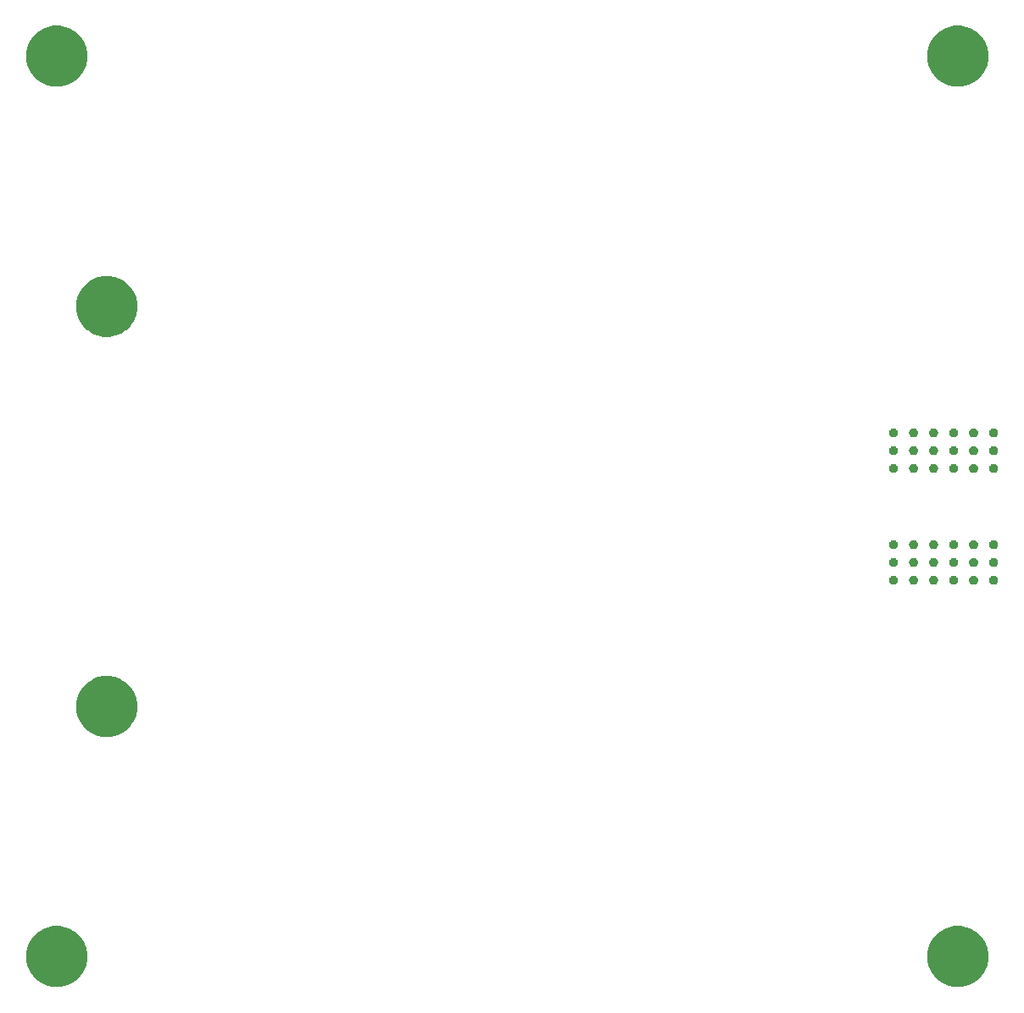
<source format=gbr>
%TF.GenerationSoftware,KiCad,Pcbnew,(5.1.4)-1*%
%TF.CreationDate,2019-12-10T14:49:21+08:00*%
%TF.ProjectId,RF_output,52465f6f-7574-4707-9574-2e6b69636164,rev?*%
%TF.SameCoordinates,Original*%
%TF.FileFunction,Soldermask,Bot*%
%TF.FilePolarity,Negative*%
%FSLAX46Y46*%
G04 Gerber Fmt 4.6, Leading zero omitted, Abs format (unit mm)*
G04 Created by KiCad (PCBNEW (5.1.4)-1) date 2019-12-10 14:49:21*
%MOMM*%
%LPD*%
G04 APERTURE LIST*
%ADD10C,0.350000*%
G04 APERTURE END LIST*
D10*
G36*
X145889943Y-142066248D02*
G01*
X146445189Y-142296238D01*
X146617497Y-142411371D01*
X146944899Y-142630134D01*
X147369866Y-143055101D01*
X147369867Y-143055103D01*
X147703762Y-143554811D01*
X147933752Y-144110057D01*
X148051000Y-144699501D01*
X148051000Y-145300499D01*
X147933752Y-145889943D01*
X147703762Y-146445189D01*
X147641872Y-146537814D01*
X147369866Y-146944899D01*
X146944899Y-147369866D01*
X146870736Y-147419420D01*
X146445189Y-147703762D01*
X145889943Y-147933752D01*
X145300499Y-148051000D01*
X144699501Y-148051000D01*
X144110057Y-147933752D01*
X143554811Y-147703762D01*
X143129264Y-147419420D01*
X143055101Y-147369866D01*
X142630134Y-146944899D01*
X142358128Y-146537814D01*
X142296238Y-146445189D01*
X142066248Y-145889943D01*
X141949000Y-145300499D01*
X141949000Y-144699501D01*
X142066248Y-144110057D01*
X142296238Y-143554811D01*
X142630133Y-143055103D01*
X142630134Y-143055101D01*
X143055101Y-142630134D01*
X143382503Y-142411371D01*
X143554811Y-142296238D01*
X144110057Y-142066248D01*
X144699501Y-141949000D01*
X145300499Y-141949000D01*
X145889943Y-142066248D01*
X145889943Y-142066248D01*
G37*
G36*
X55889943Y-142066248D02*
G01*
X56445189Y-142296238D01*
X56617497Y-142411371D01*
X56944899Y-142630134D01*
X57369866Y-143055101D01*
X57369867Y-143055103D01*
X57703762Y-143554811D01*
X57933752Y-144110057D01*
X58051000Y-144699501D01*
X58051000Y-145300499D01*
X57933752Y-145889943D01*
X57703762Y-146445189D01*
X57641872Y-146537814D01*
X57369866Y-146944899D01*
X56944899Y-147369866D01*
X56870736Y-147419420D01*
X56445189Y-147703762D01*
X55889943Y-147933752D01*
X55300499Y-148051000D01*
X54699501Y-148051000D01*
X54110057Y-147933752D01*
X53554811Y-147703762D01*
X53129264Y-147419420D01*
X53055101Y-147369866D01*
X52630134Y-146944899D01*
X52358128Y-146537814D01*
X52296238Y-146445189D01*
X52066248Y-145889943D01*
X51949000Y-145300499D01*
X51949000Y-144699501D01*
X52066248Y-144110057D01*
X52296238Y-143554811D01*
X52630133Y-143055103D01*
X52630134Y-143055101D01*
X53055101Y-142630134D01*
X53382503Y-142411371D01*
X53554811Y-142296238D01*
X54110057Y-142066248D01*
X54699501Y-141949000D01*
X55300499Y-141949000D01*
X55889943Y-142066248D01*
X55889943Y-142066248D01*
G37*
G36*
X60889943Y-117066248D02*
G01*
X61445189Y-117296238D01*
X61617497Y-117411371D01*
X61944899Y-117630134D01*
X62369866Y-118055101D01*
X62369867Y-118055103D01*
X62703762Y-118554811D01*
X62933752Y-119110057D01*
X63051000Y-119699501D01*
X63051000Y-120300499D01*
X62933752Y-120889943D01*
X62703762Y-121445189D01*
X62641872Y-121537814D01*
X62369866Y-121944899D01*
X61944899Y-122369866D01*
X61870736Y-122419420D01*
X61445189Y-122703762D01*
X60889943Y-122933752D01*
X60300499Y-123051000D01*
X59699501Y-123051000D01*
X59110057Y-122933752D01*
X58554811Y-122703762D01*
X58129264Y-122419420D01*
X58055101Y-122369866D01*
X57630134Y-121944899D01*
X57358128Y-121537814D01*
X57296238Y-121445189D01*
X57066248Y-120889943D01*
X56949000Y-120300499D01*
X56949000Y-119699501D01*
X57066248Y-119110057D01*
X57296238Y-118554811D01*
X57630133Y-118055103D01*
X57630134Y-118055101D01*
X58055101Y-117630134D01*
X58382503Y-117411371D01*
X58554811Y-117296238D01*
X59110057Y-117066248D01*
X59699501Y-116949000D01*
X60300499Y-116949000D01*
X60889943Y-117066248D01*
X60889943Y-117066248D01*
G37*
G36*
X138711552Y-106932331D02*
G01*
X138793627Y-106966328D01*
X138793629Y-106966329D01*
X138830813Y-106991175D01*
X138867495Y-107015685D01*
X138930315Y-107078505D01*
X138979672Y-107152373D01*
X139013669Y-107234448D01*
X139031000Y-107321579D01*
X139031000Y-107410421D01*
X139013669Y-107497552D01*
X138979672Y-107579627D01*
X138979671Y-107579629D01*
X138930314Y-107653496D01*
X138867496Y-107716314D01*
X138793629Y-107765671D01*
X138793628Y-107765672D01*
X138793627Y-107765672D01*
X138711552Y-107799669D01*
X138624421Y-107817000D01*
X138535579Y-107817000D01*
X138448448Y-107799669D01*
X138366373Y-107765672D01*
X138366372Y-107765672D01*
X138366371Y-107765671D01*
X138292504Y-107716314D01*
X138229686Y-107653496D01*
X138180329Y-107579629D01*
X138180328Y-107579627D01*
X138146331Y-107497552D01*
X138129000Y-107410421D01*
X138129000Y-107321579D01*
X138146331Y-107234448D01*
X138180328Y-107152373D01*
X138229685Y-107078505D01*
X138292505Y-107015685D01*
X138329187Y-106991175D01*
X138366371Y-106966329D01*
X138366373Y-106966328D01*
X138448448Y-106932331D01*
X138535579Y-106915000D01*
X138624421Y-106915000D01*
X138711552Y-106932331D01*
X138711552Y-106932331D01*
G37*
G36*
X140711552Y-106932331D02*
G01*
X140793627Y-106966328D01*
X140793629Y-106966329D01*
X140830813Y-106991175D01*
X140867495Y-107015685D01*
X140930315Y-107078505D01*
X140979672Y-107152373D01*
X141013669Y-107234448D01*
X141031000Y-107321579D01*
X141031000Y-107410421D01*
X141013669Y-107497552D01*
X140979672Y-107579627D01*
X140979671Y-107579629D01*
X140930314Y-107653496D01*
X140867496Y-107716314D01*
X140793629Y-107765671D01*
X140793628Y-107765672D01*
X140793627Y-107765672D01*
X140711552Y-107799669D01*
X140624421Y-107817000D01*
X140535579Y-107817000D01*
X140448448Y-107799669D01*
X140366373Y-107765672D01*
X140366372Y-107765672D01*
X140366371Y-107765671D01*
X140292504Y-107716314D01*
X140229686Y-107653496D01*
X140180329Y-107579629D01*
X140180328Y-107579627D01*
X140146331Y-107497552D01*
X140129000Y-107410421D01*
X140129000Y-107321579D01*
X140146331Y-107234448D01*
X140180328Y-107152373D01*
X140229685Y-107078505D01*
X140292505Y-107015685D01*
X140329187Y-106991175D01*
X140366371Y-106966329D01*
X140366373Y-106966328D01*
X140448448Y-106932331D01*
X140535579Y-106915000D01*
X140624421Y-106915000D01*
X140711552Y-106932331D01*
X140711552Y-106932331D01*
G37*
G36*
X148711552Y-106932331D02*
G01*
X148793627Y-106966328D01*
X148793629Y-106966329D01*
X148830813Y-106991175D01*
X148867495Y-107015685D01*
X148930315Y-107078505D01*
X148979672Y-107152373D01*
X149013669Y-107234448D01*
X149031000Y-107321579D01*
X149031000Y-107410421D01*
X149013669Y-107497552D01*
X148979672Y-107579627D01*
X148979671Y-107579629D01*
X148930314Y-107653496D01*
X148867496Y-107716314D01*
X148793629Y-107765671D01*
X148793628Y-107765672D01*
X148793627Y-107765672D01*
X148711552Y-107799669D01*
X148624421Y-107817000D01*
X148535579Y-107817000D01*
X148448448Y-107799669D01*
X148366373Y-107765672D01*
X148366372Y-107765672D01*
X148366371Y-107765671D01*
X148292504Y-107716314D01*
X148229686Y-107653496D01*
X148180329Y-107579629D01*
X148180328Y-107579627D01*
X148146331Y-107497552D01*
X148129000Y-107410421D01*
X148129000Y-107321579D01*
X148146331Y-107234448D01*
X148180328Y-107152373D01*
X148229685Y-107078505D01*
X148292505Y-107015685D01*
X148329187Y-106991175D01*
X148366371Y-106966329D01*
X148366373Y-106966328D01*
X148448448Y-106932331D01*
X148535579Y-106915000D01*
X148624421Y-106915000D01*
X148711552Y-106932331D01*
X148711552Y-106932331D01*
G37*
G36*
X142711552Y-106932331D02*
G01*
X142793627Y-106966328D01*
X142793629Y-106966329D01*
X142830813Y-106991175D01*
X142867495Y-107015685D01*
X142930315Y-107078505D01*
X142979672Y-107152373D01*
X143013669Y-107234448D01*
X143031000Y-107321579D01*
X143031000Y-107410421D01*
X143013669Y-107497552D01*
X142979672Y-107579627D01*
X142979671Y-107579629D01*
X142930314Y-107653496D01*
X142867496Y-107716314D01*
X142793629Y-107765671D01*
X142793628Y-107765672D01*
X142793627Y-107765672D01*
X142711552Y-107799669D01*
X142624421Y-107817000D01*
X142535579Y-107817000D01*
X142448448Y-107799669D01*
X142366373Y-107765672D01*
X142366372Y-107765672D01*
X142366371Y-107765671D01*
X142292504Y-107716314D01*
X142229686Y-107653496D01*
X142180329Y-107579629D01*
X142180328Y-107579627D01*
X142146331Y-107497552D01*
X142129000Y-107410421D01*
X142129000Y-107321579D01*
X142146331Y-107234448D01*
X142180328Y-107152373D01*
X142229685Y-107078505D01*
X142292505Y-107015685D01*
X142329187Y-106991175D01*
X142366371Y-106966329D01*
X142366373Y-106966328D01*
X142448448Y-106932331D01*
X142535579Y-106915000D01*
X142624421Y-106915000D01*
X142711552Y-106932331D01*
X142711552Y-106932331D01*
G37*
G36*
X144711552Y-106932331D02*
G01*
X144793627Y-106966328D01*
X144793629Y-106966329D01*
X144830813Y-106991175D01*
X144867495Y-107015685D01*
X144930315Y-107078505D01*
X144979672Y-107152373D01*
X145013669Y-107234448D01*
X145031000Y-107321579D01*
X145031000Y-107410421D01*
X145013669Y-107497552D01*
X144979672Y-107579627D01*
X144979671Y-107579629D01*
X144930314Y-107653496D01*
X144867496Y-107716314D01*
X144793629Y-107765671D01*
X144793628Y-107765672D01*
X144793627Y-107765672D01*
X144711552Y-107799669D01*
X144624421Y-107817000D01*
X144535579Y-107817000D01*
X144448448Y-107799669D01*
X144366373Y-107765672D01*
X144366372Y-107765672D01*
X144366371Y-107765671D01*
X144292504Y-107716314D01*
X144229686Y-107653496D01*
X144180329Y-107579629D01*
X144180328Y-107579627D01*
X144146331Y-107497552D01*
X144129000Y-107410421D01*
X144129000Y-107321579D01*
X144146331Y-107234448D01*
X144180328Y-107152373D01*
X144229685Y-107078505D01*
X144292505Y-107015685D01*
X144329187Y-106991175D01*
X144366371Y-106966329D01*
X144366373Y-106966328D01*
X144448448Y-106932331D01*
X144535579Y-106915000D01*
X144624421Y-106915000D01*
X144711552Y-106932331D01*
X144711552Y-106932331D01*
G37*
G36*
X146711552Y-106932331D02*
G01*
X146793627Y-106966328D01*
X146793629Y-106966329D01*
X146830813Y-106991175D01*
X146867495Y-107015685D01*
X146930315Y-107078505D01*
X146979672Y-107152373D01*
X147013669Y-107234448D01*
X147031000Y-107321579D01*
X147031000Y-107410421D01*
X147013669Y-107497552D01*
X146979672Y-107579627D01*
X146979671Y-107579629D01*
X146930314Y-107653496D01*
X146867496Y-107716314D01*
X146793629Y-107765671D01*
X146793628Y-107765672D01*
X146793627Y-107765672D01*
X146711552Y-107799669D01*
X146624421Y-107817000D01*
X146535579Y-107817000D01*
X146448448Y-107799669D01*
X146366373Y-107765672D01*
X146366372Y-107765672D01*
X146366371Y-107765671D01*
X146292504Y-107716314D01*
X146229686Y-107653496D01*
X146180329Y-107579629D01*
X146180328Y-107579627D01*
X146146331Y-107497552D01*
X146129000Y-107410421D01*
X146129000Y-107321579D01*
X146146331Y-107234448D01*
X146180328Y-107152373D01*
X146229685Y-107078505D01*
X146292505Y-107015685D01*
X146329187Y-106991175D01*
X146366371Y-106966329D01*
X146366373Y-106966328D01*
X146448448Y-106932331D01*
X146535579Y-106915000D01*
X146624421Y-106915000D01*
X146711552Y-106932331D01*
X146711552Y-106932331D01*
G37*
G36*
X146711552Y-105154331D02*
G01*
X146793627Y-105188328D01*
X146793629Y-105188329D01*
X146830813Y-105213175D01*
X146867495Y-105237685D01*
X146930315Y-105300505D01*
X146979672Y-105374373D01*
X147013669Y-105456448D01*
X147031000Y-105543579D01*
X147031000Y-105632421D01*
X147013669Y-105719552D01*
X146979672Y-105801627D01*
X146979671Y-105801629D01*
X146930314Y-105875496D01*
X146867496Y-105938314D01*
X146793629Y-105987671D01*
X146793628Y-105987672D01*
X146793627Y-105987672D01*
X146711552Y-106021669D01*
X146624421Y-106039000D01*
X146535579Y-106039000D01*
X146448448Y-106021669D01*
X146366373Y-105987672D01*
X146366372Y-105987672D01*
X146366371Y-105987671D01*
X146292504Y-105938314D01*
X146229686Y-105875496D01*
X146180329Y-105801629D01*
X146180328Y-105801627D01*
X146146331Y-105719552D01*
X146129000Y-105632421D01*
X146129000Y-105543579D01*
X146146331Y-105456448D01*
X146180328Y-105374373D01*
X146229685Y-105300505D01*
X146292505Y-105237685D01*
X146329187Y-105213175D01*
X146366371Y-105188329D01*
X146366373Y-105188328D01*
X146448448Y-105154331D01*
X146535579Y-105137000D01*
X146624421Y-105137000D01*
X146711552Y-105154331D01*
X146711552Y-105154331D01*
G37*
G36*
X148711552Y-105154331D02*
G01*
X148793627Y-105188328D01*
X148793629Y-105188329D01*
X148830813Y-105213175D01*
X148867495Y-105237685D01*
X148930315Y-105300505D01*
X148979672Y-105374373D01*
X149013669Y-105456448D01*
X149031000Y-105543579D01*
X149031000Y-105632421D01*
X149013669Y-105719552D01*
X148979672Y-105801627D01*
X148979671Y-105801629D01*
X148930314Y-105875496D01*
X148867496Y-105938314D01*
X148793629Y-105987671D01*
X148793628Y-105987672D01*
X148793627Y-105987672D01*
X148711552Y-106021669D01*
X148624421Y-106039000D01*
X148535579Y-106039000D01*
X148448448Y-106021669D01*
X148366373Y-105987672D01*
X148366372Y-105987672D01*
X148366371Y-105987671D01*
X148292504Y-105938314D01*
X148229686Y-105875496D01*
X148180329Y-105801629D01*
X148180328Y-105801627D01*
X148146331Y-105719552D01*
X148129000Y-105632421D01*
X148129000Y-105543579D01*
X148146331Y-105456448D01*
X148180328Y-105374373D01*
X148229685Y-105300505D01*
X148292505Y-105237685D01*
X148329187Y-105213175D01*
X148366371Y-105188329D01*
X148366373Y-105188328D01*
X148448448Y-105154331D01*
X148535579Y-105137000D01*
X148624421Y-105137000D01*
X148711552Y-105154331D01*
X148711552Y-105154331D01*
G37*
G36*
X142711552Y-105154331D02*
G01*
X142793627Y-105188328D01*
X142793629Y-105188329D01*
X142830813Y-105213175D01*
X142867495Y-105237685D01*
X142930315Y-105300505D01*
X142979672Y-105374373D01*
X143013669Y-105456448D01*
X143031000Y-105543579D01*
X143031000Y-105632421D01*
X143013669Y-105719552D01*
X142979672Y-105801627D01*
X142979671Y-105801629D01*
X142930314Y-105875496D01*
X142867496Y-105938314D01*
X142793629Y-105987671D01*
X142793628Y-105987672D01*
X142793627Y-105987672D01*
X142711552Y-106021669D01*
X142624421Y-106039000D01*
X142535579Y-106039000D01*
X142448448Y-106021669D01*
X142366373Y-105987672D01*
X142366372Y-105987672D01*
X142366371Y-105987671D01*
X142292504Y-105938314D01*
X142229686Y-105875496D01*
X142180329Y-105801629D01*
X142180328Y-105801627D01*
X142146331Y-105719552D01*
X142129000Y-105632421D01*
X142129000Y-105543579D01*
X142146331Y-105456448D01*
X142180328Y-105374373D01*
X142229685Y-105300505D01*
X142292505Y-105237685D01*
X142329187Y-105213175D01*
X142366371Y-105188329D01*
X142366373Y-105188328D01*
X142448448Y-105154331D01*
X142535579Y-105137000D01*
X142624421Y-105137000D01*
X142711552Y-105154331D01*
X142711552Y-105154331D01*
G37*
G36*
X144711552Y-105154331D02*
G01*
X144793627Y-105188328D01*
X144793629Y-105188329D01*
X144830813Y-105213175D01*
X144867495Y-105237685D01*
X144930315Y-105300505D01*
X144979672Y-105374373D01*
X145013669Y-105456448D01*
X145031000Y-105543579D01*
X145031000Y-105632421D01*
X145013669Y-105719552D01*
X144979672Y-105801627D01*
X144979671Y-105801629D01*
X144930314Y-105875496D01*
X144867496Y-105938314D01*
X144793629Y-105987671D01*
X144793628Y-105987672D01*
X144793627Y-105987672D01*
X144711552Y-106021669D01*
X144624421Y-106039000D01*
X144535579Y-106039000D01*
X144448448Y-106021669D01*
X144366373Y-105987672D01*
X144366372Y-105987672D01*
X144366371Y-105987671D01*
X144292504Y-105938314D01*
X144229686Y-105875496D01*
X144180329Y-105801629D01*
X144180328Y-105801627D01*
X144146331Y-105719552D01*
X144129000Y-105632421D01*
X144129000Y-105543579D01*
X144146331Y-105456448D01*
X144180328Y-105374373D01*
X144229685Y-105300505D01*
X144292505Y-105237685D01*
X144329187Y-105213175D01*
X144366371Y-105188329D01*
X144366373Y-105188328D01*
X144448448Y-105154331D01*
X144535579Y-105137000D01*
X144624421Y-105137000D01*
X144711552Y-105154331D01*
X144711552Y-105154331D01*
G37*
G36*
X140711552Y-105154331D02*
G01*
X140793627Y-105188328D01*
X140793629Y-105188329D01*
X140830813Y-105213175D01*
X140867495Y-105237685D01*
X140930315Y-105300505D01*
X140979672Y-105374373D01*
X141013669Y-105456448D01*
X141031000Y-105543579D01*
X141031000Y-105632421D01*
X141013669Y-105719552D01*
X140979672Y-105801627D01*
X140979671Y-105801629D01*
X140930314Y-105875496D01*
X140867496Y-105938314D01*
X140793629Y-105987671D01*
X140793628Y-105987672D01*
X140793627Y-105987672D01*
X140711552Y-106021669D01*
X140624421Y-106039000D01*
X140535579Y-106039000D01*
X140448448Y-106021669D01*
X140366373Y-105987672D01*
X140366372Y-105987672D01*
X140366371Y-105987671D01*
X140292504Y-105938314D01*
X140229686Y-105875496D01*
X140180329Y-105801629D01*
X140180328Y-105801627D01*
X140146331Y-105719552D01*
X140129000Y-105632421D01*
X140129000Y-105543579D01*
X140146331Y-105456448D01*
X140180328Y-105374373D01*
X140229685Y-105300505D01*
X140292505Y-105237685D01*
X140329187Y-105213175D01*
X140366371Y-105188329D01*
X140366373Y-105188328D01*
X140448448Y-105154331D01*
X140535579Y-105137000D01*
X140624421Y-105137000D01*
X140711552Y-105154331D01*
X140711552Y-105154331D01*
G37*
G36*
X138711552Y-105154331D02*
G01*
X138793627Y-105188328D01*
X138793629Y-105188329D01*
X138830813Y-105213175D01*
X138867495Y-105237685D01*
X138930315Y-105300505D01*
X138979672Y-105374373D01*
X139013669Y-105456448D01*
X139031000Y-105543579D01*
X139031000Y-105632421D01*
X139013669Y-105719552D01*
X138979672Y-105801627D01*
X138979671Y-105801629D01*
X138930314Y-105875496D01*
X138867496Y-105938314D01*
X138793629Y-105987671D01*
X138793628Y-105987672D01*
X138793627Y-105987672D01*
X138711552Y-106021669D01*
X138624421Y-106039000D01*
X138535579Y-106039000D01*
X138448448Y-106021669D01*
X138366373Y-105987672D01*
X138366372Y-105987672D01*
X138366371Y-105987671D01*
X138292504Y-105938314D01*
X138229686Y-105875496D01*
X138180329Y-105801629D01*
X138180328Y-105801627D01*
X138146331Y-105719552D01*
X138129000Y-105632421D01*
X138129000Y-105543579D01*
X138146331Y-105456448D01*
X138180328Y-105374373D01*
X138229685Y-105300505D01*
X138292505Y-105237685D01*
X138329187Y-105213175D01*
X138366371Y-105188329D01*
X138366373Y-105188328D01*
X138448448Y-105154331D01*
X138535579Y-105137000D01*
X138624421Y-105137000D01*
X138711552Y-105154331D01*
X138711552Y-105154331D01*
G37*
G36*
X140711552Y-103376331D02*
G01*
X140793627Y-103410328D01*
X140793629Y-103410329D01*
X140830813Y-103435175D01*
X140867495Y-103459685D01*
X140930315Y-103522505D01*
X140979672Y-103596373D01*
X141013669Y-103678448D01*
X141031000Y-103765579D01*
X141031000Y-103854421D01*
X141013669Y-103941552D01*
X140979672Y-104023627D01*
X140979671Y-104023629D01*
X140930314Y-104097496D01*
X140867496Y-104160314D01*
X140793629Y-104209671D01*
X140793628Y-104209672D01*
X140793627Y-104209672D01*
X140711552Y-104243669D01*
X140624421Y-104261000D01*
X140535579Y-104261000D01*
X140448448Y-104243669D01*
X140366373Y-104209672D01*
X140366372Y-104209672D01*
X140366371Y-104209671D01*
X140292504Y-104160314D01*
X140229686Y-104097496D01*
X140180329Y-104023629D01*
X140180328Y-104023627D01*
X140146331Y-103941552D01*
X140129000Y-103854421D01*
X140129000Y-103765579D01*
X140146331Y-103678448D01*
X140180328Y-103596373D01*
X140229685Y-103522505D01*
X140292505Y-103459685D01*
X140329187Y-103435175D01*
X140366371Y-103410329D01*
X140366373Y-103410328D01*
X140448448Y-103376331D01*
X140535579Y-103359000D01*
X140624421Y-103359000D01*
X140711552Y-103376331D01*
X140711552Y-103376331D01*
G37*
G36*
X138711552Y-103376331D02*
G01*
X138793627Y-103410328D01*
X138793629Y-103410329D01*
X138830813Y-103435175D01*
X138867495Y-103459685D01*
X138930315Y-103522505D01*
X138979672Y-103596373D01*
X139013669Y-103678448D01*
X139031000Y-103765579D01*
X139031000Y-103854421D01*
X139013669Y-103941552D01*
X138979672Y-104023627D01*
X138979671Y-104023629D01*
X138930314Y-104097496D01*
X138867496Y-104160314D01*
X138793629Y-104209671D01*
X138793628Y-104209672D01*
X138793627Y-104209672D01*
X138711552Y-104243669D01*
X138624421Y-104261000D01*
X138535579Y-104261000D01*
X138448448Y-104243669D01*
X138366373Y-104209672D01*
X138366372Y-104209672D01*
X138366371Y-104209671D01*
X138292504Y-104160314D01*
X138229686Y-104097496D01*
X138180329Y-104023629D01*
X138180328Y-104023627D01*
X138146331Y-103941552D01*
X138129000Y-103854421D01*
X138129000Y-103765579D01*
X138146331Y-103678448D01*
X138180328Y-103596373D01*
X138229685Y-103522505D01*
X138292505Y-103459685D01*
X138329187Y-103435175D01*
X138366371Y-103410329D01*
X138366373Y-103410328D01*
X138448448Y-103376331D01*
X138535579Y-103359000D01*
X138624421Y-103359000D01*
X138711552Y-103376331D01*
X138711552Y-103376331D01*
G37*
G36*
X146711552Y-103376331D02*
G01*
X146793627Y-103410328D01*
X146793629Y-103410329D01*
X146830813Y-103435175D01*
X146867495Y-103459685D01*
X146930315Y-103522505D01*
X146979672Y-103596373D01*
X147013669Y-103678448D01*
X147031000Y-103765579D01*
X147031000Y-103854421D01*
X147013669Y-103941552D01*
X146979672Y-104023627D01*
X146979671Y-104023629D01*
X146930314Y-104097496D01*
X146867496Y-104160314D01*
X146793629Y-104209671D01*
X146793628Y-104209672D01*
X146793627Y-104209672D01*
X146711552Y-104243669D01*
X146624421Y-104261000D01*
X146535579Y-104261000D01*
X146448448Y-104243669D01*
X146366373Y-104209672D01*
X146366372Y-104209672D01*
X146366371Y-104209671D01*
X146292504Y-104160314D01*
X146229686Y-104097496D01*
X146180329Y-104023629D01*
X146180328Y-104023627D01*
X146146331Y-103941552D01*
X146129000Y-103854421D01*
X146129000Y-103765579D01*
X146146331Y-103678448D01*
X146180328Y-103596373D01*
X146229685Y-103522505D01*
X146292505Y-103459685D01*
X146329187Y-103435175D01*
X146366371Y-103410329D01*
X146366373Y-103410328D01*
X146448448Y-103376331D01*
X146535579Y-103359000D01*
X146624421Y-103359000D01*
X146711552Y-103376331D01*
X146711552Y-103376331D01*
G37*
G36*
X144711552Y-103376331D02*
G01*
X144793627Y-103410328D01*
X144793629Y-103410329D01*
X144830813Y-103435175D01*
X144867495Y-103459685D01*
X144930315Y-103522505D01*
X144979672Y-103596373D01*
X145013669Y-103678448D01*
X145031000Y-103765579D01*
X145031000Y-103854421D01*
X145013669Y-103941552D01*
X144979672Y-104023627D01*
X144979671Y-104023629D01*
X144930314Y-104097496D01*
X144867496Y-104160314D01*
X144793629Y-104209671D01*
X144793628Y-104209672D01*
X144793627Y-104209672D01*
X144711552Y-104243669D01*
X144624421Y-104261000D01*
X144535579Y-104261000D01*
X144448448Y-104243669D01*
X144366373Y-104209672D01*
X144366372Y-104209672D01*
X144366371Y-104209671D01*
X144292504Y-104160314D01*
X144229686Y-104097496D01*
X144180329Y-104023629D01*
X144180328Y-104023627D01*
X144146331Y-103941552D01*
X144129000Y-103854421D01*
X144129000Y-103765579D01*
X144146331Y-103678448D01*
X144180328Y-103596373D01*
X144229685Y-103522505D01*
X144292505Y-103459685D01*
X144329187Y-103435175D01*
X144366371Y-103410329D01*
X144366373Y-103410328D01*
X144448448Y-103376331D01*
X144535579Y-103359000D01*
X144624421Y-103359000D01*
X144711552Y-103376331D01*
X144711552Y-103376331D01*
G37*
G36*
X148711552Y-103376331D02*
G01*
X148793627Y-103410328D01*
X148793629Y-103410329D01*
X148830813Y-103435175D01*
X148867495Y-103459685D01*
X148930315Y-103522505D01*
X148979672Y-103596373D01*
X149013669Y-103678448D01*
X149031000Y-103765579D01*
X149031000Y-103854421D01*
X149013669Y-103941552D01*
X148979672Y-104023627D01*
X148979671Y-104023629D01*
X148930314Y-104097496D01*
X148867496Y-104160314D01*
X148793629Y-104209671D01*
X148793628Y-104209672D01*
X148793627Y-104209672D01*
X148711552Y-104243669D01*
X148624421Y-104261000D01*
X148535579Y-104261000D01*
X148448448Y-104243669D01*
X148366373Y-104209672D01*
X148366372Y-104209672D01*
X148366371Y-104209671D01*
X148292504Y-104160314D01*
X148229686Y-104097496D01*
X148180329Y-104023629D01*
X148180328Y-104023627D01*
X148146331Y-103941552D01*
X148129000Y-103854421D01*
X148129000Y-103765579D01*
X148146331Y-103678448D01*
X148180328Y-103596373D01*
X148229685Y-103522505D01*
X148292505Y-103459685D01*
X148329187Y-103435175D01*
X148366371Y-103410329D01*
X148366373Y-103410328D01*
X148448448Y-103376331D01*
X148535579Y-103359000D01*
X148624421Y-103359000D01*
X148711552Y-103376331D01*
X148711552Y-103376331D01*
G37*
G36*
X142711552Y-103376331D02*
G01*
X142793627Y-103410328D01*
X142793629Y-103410329D01*
X142830813Y-103435175D01*
X142867495Y-103459685D01*
X142930315Y-103522505D01*
X142979672Y-103596373D01*
X143013669Y-103678448D01*
X143031000Y-103765579D01*
X143031000Y-103854421D01*
X143013669Y-103941552D01*
X142979672Y-104023627D01*
X142979671Y-104023629D01*
X142930314Y-104097496D01*
X142867496Y-104160314D01*
X142793629Y-104209671D01*
X142793628Y-104209672D01*
X142793627Y-104209672D01*
X142711552Y-104243669D01*
X142624421Y-104261000D01*
X142535579Y-104261000D01*
X142448448Y-104243669D01*
X142366373Y-104209672D01*
X142366372Y-104209672D01*
X142366371Y-104209671D01*
X142292504Y-104160314D01*
X142229686Y-104097496D01*
X142180329Y-104023629D01*
X142180328Y-104023627D01*
X142146331Y-103941552D01*
X142129000Y-103854421D01*
X142129000Y-103765579D01*
X142146331Y-103678448D01*
X142180328Y-103596373D01*
X142229685Y-103522505D01*
X142292505Y-103459685D01*
X142329187Y-103435175D01*
X142366371Y-103410329D01*
X142366373Y-103410328D01*
X142448448Y-103376331D01*
X142535579Y-103359000D01*
X142624421Y-103359000D01*
X142711552Y-103376331D01*
X142711552Y-103376331D01*
G37*
G36*
X144711552Y-95756331D02*
G01*
X144793627Y-95790328D01*
X144793629Y-95790329D01*
X144830813Y-95815175D01*
X144867495Y-95839685D01*
X144930315Y-95902505D01*
X144979672Y-95976373D01*
X145013669Y-96058448D01*
X145031000Y-96145579D01*
X145031000Y-96234421D01*
X145013669Y-96321552D01*
X144979672Y-96403627D01*
X144979671Y-96403629D01*
X144930314Y-96477496D01*
X144867496Y-96540314D01*
X144793629Y-96589671D01*
X144793628Y-96589672D01*
X144793627Y-96589672D01*
X144711552Y-96623669D01*
X144624421Y-96641000D01*
X144535579Y-96641000D01*
X144448448Y-96623669D01*
X144366373Y-96589672D01*
X144366372Y-96589672D01*
X144366371Y-96589671D01*
X144292504Y-96540314D01*
X144229686Y-96477496D01*
X144180329Y-96403629D01*
X144180328Y-96403627D01*
X144146331Y-96321552D01*
X144129000Y-96234421D01*
X144129000Y-96145579D01*
X144146331Y-96058448D01*
X144180328Y-95976373D01*
X144229685Y-95902505D01*
X144292505Y-95839685D01*
X144329187Y-95815175D01*
X144366371Y-95790329D01*
X144366373Y-95790328D01*
X144448448Y-95756331D01*
X144535579Y-95739000D01*
X144624421Y-95739000D01*
X144711552Y-95756331D01*
X144711552Y-95756331D01*
G37*
G36*
X138711552Y-95756331D02*
G01*
X138793627Y-95790328D01*
X138793629Y-95790329D01*
X138830813Y-95815175D01*
X138867495Y-95839685D01*
X138930315Y-95902505D01*
X138979672Y-95976373D01*
X139013669Y-96058448D01*
X139031000Y-96145579D01*
X139031000Y-96234421D01*
X139013669Y-96321552D01*
X138979672Y-96403627D01*
X138979671Y-96403629D01*
X138930314Y-96477496D01*
X138867496Y-96540314D01*
X138793629Y-96589671D01*
X138793628Y-96589672D01*
X138793627Y-96589672D01*
X138711552Y-96623669D01*
X138624421Y-96641000D01*
X138535579Y-96641000D01*
X138448448Y-96623669D01*
X138366373Y-96589672D01*
X138366372Y-96589672D01*
X138366371Y-96589671D01*
X138292504Y-96540314D01*
X138229686Y-96477496D01*
X138180329Y-96403629D01*
X138180328Y-96403627D01*
X138146331Y-96321552D01*
X138129000Y-96234421D01*
X138129000Y-96145579D01*
X138146331Y-96058448D01*
X138180328Y-95976373D01*
X138229685Y-95902505D01*
X138292505Y-95839685D01*
X138329187Y-95815175D01*
X138366371Y-95790329D01*
X138366373Y-95790328D01*
X138448448Y-95756331D01*
X138535579Y-95739000D01*
X138624421Y-95739000D01*
X138711552Y-95756331D01*
X138711552Y-95756331D01*
G37*
G36*
X142711552Y-95756331D02*
G01*
X142793627Y-95790328D01*
X142793629Y-95790329D01*
X142830813Y-95815175D01*
X142867495Y-95839685D01*
X142930315Y-95902505D01*
X142979672Y-95976373D01*
X143013669Y-96058448D01*
X143031000Y-96145579D01*
X143031000Y-96234421D01*
X143013669Y-96321552D01*
X142979672Y-96403627D01*
X142979671Y-96403629D01*
X142930314Y-96477496D01*
X142867496Y-96540314D01*
X142793629Y-96589671D01*
X142793628Y-96589672D01*
X142793627Y-96589672D01*
X142711552Y-96623669D01*
X142624421Y-96641000D01*
X142535579Y-96641000D01*
X142448448Y-96623669D01*
X142366373Y-96589672D01*
X142366372Y-96589672D01*
X142366371Y-96589671D01*
X142292504Y-96540314D01*
X142229686Y-96477496D01*
X142180329Y-96403629D01*
X142180328Y-96403627D01*
X142146331Y-96321552D01*
X142129000Y-96234421D01*
X142129000Y-96145579D01*
X142146331Y-96058448D01*
X142180328Y-95976373D01*
X142229685Y-95902505D01*
X142292505Y-95839685D01*
X142329187Y-95815175D01*
X142366371Y-95790329D01*
X142366373Y-95790328D01*
X142448448Y-95756331D01*
X142535579Y-95739000D01*
X142624421Y-95739000D01*
X142711552Y-95756331D01*
X142711552Y-95756331D01*
G37*
G36*
X146711552Y-95756331D02*
G01*
X146793627Y-95790328D01*
X146793629Y-95790329D01*
X146830813Y-95815175D01*
X146867495Y-95839685D01*
X146930315Y-95902505D01*
X146979672Y-95976373D01*
X147013669Y-96058448D01*
X147031000Y-96145579D01*
X147031000Y-96234421D01*
X147013669Y-96321552D01*
X146979672Y-96403627D01*
X146979671Y-96403629D01*
X146930314Y-96477496D01*
X146867496Y-96540314D01*
X146793629Y-96589671D01*
X146793628Y-96589672D01*
X146793627Y-96589672D01*
X146711552Y-96623669D01*
X146624421Y-96641000D01*
X146535579Y-96641000D01*
X146448448Y-96623669D01*
X146366373Y-96589672D01*
X146366372Y-96589672D01*
X146366371Y-96589671D01*
X146292504Y-96540314D01*
X146229686Y-96477496D01*
X146180329Y-96403629D01*
X146180328Y-96403627D01*
X146146331Y-96321552D01*
X146129000Y-96234421D01*
X146129000Y-96145579D01*
X146146331Y-96058448D01*
X146180328Y-95976373D01*
X146229685Y-95902505D01*
X146292505Y-95839685D01*
X146329187Y-95815175D01*
X146366371Y-95790329D01*
X146366373Y-95790328D01*
X146448448Y-95756331D01*
X146535579Y-95739000D01*
X146624421Y-95739000D01*
X146711552Y-95756331D01*
X146711552Y-95756331D01*
G37*
G36*
X148711552Y-95756331D02*
G01*
X148793627Y-95790328D01*
X148793629Y-95790329D01*
X148830813Y-95815175D01*
X148867495Y-95839685D01*
X148930315Y-95902505D01*
X148979672Y-95976373D01*
X149013669Y-96058448D01*
X149031000Y-96145579D01*
X149031000Y-96234421D01*
X149013669Y-96321552D01*
X148979672Y-96403627D01*
X148979671Y-96403629D01*
X148930314Y-96477496D01*
X148867496Y-96540314D01*
X148793629Y-96589671D01*
X148793628Y-96589672D01*
X148793627Y-96589672D01*
X148711552Y-96623669D01*
X148624421Y-96641000D01*
X148535579Y-96641000D01*
X148448448Y-96623669D01*
X148366373Y-96589672D01*
X148366372Y-96589672D01*
X148366371Y-96589671D01*
X148292504Y-96540314D01*
X148229686Y-96477496D01*
X148180329Y-96403629D01*
X148180328Y-96403627D01*
X148146331Y-96321552D01*
X148129000Y-96234421D01*
X148129000Y-96145579D01*
X148146331Y-96058448D01*
X148180328Y-95976373D01*
X148229685Y-95902505D01*
X148292505Y-95839685D01*
X148329187Y-95815175D01*
X148366371Y-95790329D01*
X148366373Y-95790328D01*
X148448448Y-95756331D01*
X148535579Y-95739000D01*
X148624421Y-95739000D01*
X148711552Y-95756331D01*
X148711552Y-95756331D01*
G37*
G36*
X140711552Y-95756331D02*
G01*
X140793627Y-95790328D01*
X140793629Y-95790329D01*
X140830813Y-95815175D01*
X140867495Y-95839685D01*
X140930315Y-95902505D01*
X140979672Y-95976373D01*
X141013669Y-96058448D01*
X141031000Y-96145579D01*
X141031000Y-96234421D01*
X141013669Y-96321552D01*
X140979672Y-96403627D01*
X140979671Y-96403629D01*
X140930314Y-96477496D01*
X140867496Y-96540314D01*
X140793629Y-96589671D01*
X140793628Y-96589672D01*
X140793627Y-96589672D01*
X140711552Y-96623669D01*
X140624421Y-96641000D01*
X140535579Y-96641000D01*
X140448448Y-96623669D01*
X140366373Y-96589672D01*
X140366372Y-96589672D01*
X140366371Y-96589671D01*
X140292504Y-96540314D01*
X140229686Y-96477496D01*
X140180329Y-96403629D01*
X140180328Y-96403627D01*
X140146331Y-96321552D01*
X140129000Y-96234421D01*
X140129000Y-96145579D01*
X140146331Y-96058448D01*
X140180328Y-95976373D01*
X140229685Y-95902505D01*
X140292505Y-95839685D01*
X140329187Y-95815175D01*
X140366371Y-95790329D01*
X140366373Y-95790328D01*
X140448448Y-95756331D01*
X140535579Y-95739000D01*
X140624421Y-95739000D01*
X140711552Y-95756331D01*
X140711552Y-95756331D01*
G37*
G36*
X146711552Y-93978331D02*
G01*
X146793627Y-94012328D01*
X146793629Y-94012329D01*
X146830813Y-94037175D01*
X146867495Y-94061685D01*
X146930315Y-94124505D01*
X146979672Y-94198373D01*
X147013669Y-94280448D01*
X147031000Y-94367579D01*
X147031000Y-94456421D01*
X147013669Y-94543552D01*
X146979672Y-94625627D01*
X146979671Y-94625629D01*
X146930314Y-94699496D01*
X146867496Y-94762314D01*
X146793629Y-94811671D01*
X146793628Y-94811672D01*
X146793627Y-94811672D01*
X146711552Y-94845669D01*
X146624421Y-94863000D01*
X146535579Y-94863000D01*
X146448448Y-94845669D01*
X146366373Y-94811672D01*
X146366372Y-94811672D01*
X146366371Y-94811671D01*
X146292504Y-94762314D01*
X146229686Y-94699496D01*
X146180329Y-94625629D01*
X146180328Y-94625627D01*
X146146331Y-94543552D01*
X146129000Y-94456421D01*
X146129000Y-94367579D01*
X146146331Y-94280448D01*
X146180328Y-94198373D01*
X146229685Y-94124505D01*
X146292505Y-94061685D01*
X146329187Y-94037175D01*
X146366371Y-94012329D01*
X146366373Y-94012328D01*
X146448448Y-93978331D01*
X146535579Y-93961000D01*
X146624421Y-93961000D01*
X146711552Y-93978331D01*
X146711552Y-93978331D01*
G37*
G36*
X140711552Y-93978331D02*
G01*
X140793627Y-94012328D01*
X140793629Y-94012329D01*
X140830813Y-94037175D01*
X140867495Y-94061685D01*
X140930315Y-94124505D01*
X140979672Y-94198373D01*
X141013669Y-94280448D01*
X141031000Y-94367579D01*
X141031000Y-94456421D01*
X141013669Y-94543552D01*
X140979672Y-94625627D01*
X140979671Y-94625629D01*
X140930314Y-94699496D01*
X140867496Y-94762314D01*
X140793629Y-94811671D01*
X140793628Y-94811672D01*
X140793627Y-94811672D01*
X140711552Y-94845669D01*
X140624421Y-94863000D01*
X140535579Y-94863000D01*
X140448448Y-94845669D01*
X140366373Y-94811672D01*
X140366372Y-94811672D01*
X140366371Y-94811671D01*
X140292504Y-94762314D01*
X140229686Y-94699496D01*
X140180329Y-94625629D01*
X140180328Y-94625627D01*
X140146331Y-94543552D01*
X140129000Y-94456421D01*
X140129000Y-94367579D01*
X140146331Y-94280448D01*
X140180328Y-94198373D01*
X140229685Y-94124505D01*
X140292505Y-94061685D01*
X140329187Y-94037175D01*
X140366371Y-94012329D01*
X140366373Y-94012328D01*
X140448448Y-93978331D01*
X140535579Y-93961000D01*
X140624421Y-93961000D01*
X140711552Y-93978331D01*
X140711552Y-93978331D01*
G37*
G36*
X138711552Y-93978331D02*
G01*
X138793627Y-94012328D01*
X138793629Y-94012329D01*
X138830813Y-94037175D01*
X138867495Y-94061685D01*
X138930315Y-94124505D01*
X138979672Y-94198373D01*
X139013669Y-94280448D01*
X139031000Y-94367579D01*
X139031000Y-94456421D01*
X139013669Y-94543552D01*
X138979672Y-94625627D01*
X138979671Y-94625629D01*
X138930314Y-94699496D01*
X138867496Y-94762314D01*
X138793629Y-94811671D01*
X138793628Y-94811672D01*
X138793627Y-94811672D01*
X138711552Y-94845669D01*
X138624421Y-94863000D01*
X138535579Y-94863000D01*
X138448448Y-94845669D01*
X138366373Y-94811672D01*
X138366372Y-94811672D01*
X138366371Y-94811671D01*
X138292504Y-94762314D01*
X138229686Y-94699496D01*
X138180329Y-94625629D01*
X138180328Y-94625627D01*
X138146331Y-94543552D01*
X138129000Y-94456421D01*
X138129000Y-94367579D01*
X138146331Y-94280448D01*
X138180328Y-94198373D01*
X138229685Y-94124505D01*
X138292505Y-94061685D01*
X138329187Y-94037175D01*
X138366371Y-94012329D01*
X138366373Y-94012328D01*
X138448448Y-93978331D01*
X138535579Y-93961000D01*
X138624421Y-93961000D01*
X138711552Y-93978331D01*
X138711552Y-93978331D01*
G37*
G36*
X142711552Y-93978331D02*
G01*
X142793627Y-94012328D01*
X142793629Y-94012329D01*
X142830813Y-94037175D01*
X142867495Y-94061685D01*
X142930315Y-94124505D01*
X142979672Y-94198373D01*
X143013669Y-94280448D01*
X143031000Y-94367579D01*
X143031000Y-94456421D01*
X143013669Y-94543552D01*
X142979672Y-94625627D01*
X142979671Y-94625629D01*
X142930314Y-94699496D01*
X142867496Y-94762314D01*
X142793629Y-94811671D01*
X142793628Y-94811672D01*
X142793627Y-94811672D01*
X142711552Y-94845669D01*
X142624421Y-94863000D01*
X142535579Y-94863000D01*
X142448448Y-94845669D01*
X142366373Y-94811672D01*
X142366372Y-94811672D01*
X142366371Y-94811671D01*
X142292504Y-94762314D01*
X142229686Y-94699496D01*
X142180329Y-94625629D01*
X142180328Y-94625627D01*
X142146331Y-94543552D01*
X142129000Y-94456421D01*
X142129000Y-94367579D01*
X142146331Y-94280448D01*
X142180328Y-94198373D01*
X142229685Y-94124505D01*
X142292505Y-94061685D01*
X142329187Y-94037175D01*
X142366371Y-94012329D01*
X142366373Y-94012328D01*
X142448448Y-93978331D01*
X142535579Y-93961000D01*
X142624421Y-93961000D01*
X142711552Y-93978331D01*
X142711552Y-93978331D01*
G37*
G36*
X148711552Y-93978331D02*
G01*
X148793627Y-94012328D01*
X148793629Y-94012329D01*
X148830813Y-94037175D01*
X148867495Y-94061685D01*
X148930315Y-94124505D01*
X148979672Y-94198373D01*
X149013669Y-94280448D01*
X149031000Y-94367579D01*
X149031000Y-94456421D01*
X149013669Y-94543552D01*
X148979672Y-94625627D01*
X148979671Y-94625629D01*
X148930314Y-94699496D01*
X148867496Y-94762314D01*
X148793629Y-94811671D01*
X148793628Y-94811672D01*
X148793627Y-94811672D01*
X148711552Y-94845669D01*
X148624421Y-94863000D01*
X148535579Y-94863000D01*
X148448448Y-94845669D01*
X148366373Y-94811672D01*
X148366372Y-94811672D01*
X148366371Y-94811671D01*
X148292504Y-94762314D01*
X148229686Y-94699496D01*
X148180329Y-94625629D01*
X148180328Y-94625627D01*
X148146331Y-94543552D01*
X148129000Y-94456421D01*
X148129000Y-94367579D01*
X148146331Y-94280448D01*
X148180328Y-94198373D01*
X148229685Y-94124505D01*
X148292505Y-94061685D01*
X148329187Y-94037175D01*
X148366371Y-94012329D01*
X148366373Y-94012328D01*
X148448448Y-93978331D01*
X148535579Y-93961000D01*
X148624421Y-93961000D01*
X148711552Y-93978331D01*
X148711552Y-93978331D01*
G37*
G36*
X144711552Y-93978331D02*
G01*
X144793627Y-94012328D01*
X144793629Y-94012329D01*
X144830813Y-94037175D01*
X144867495Y-94061685D01*
X144930315Y-94124505D01*
X144979672Y-94198373D01*
X145013669Y-94280448D01*
X145031000Y-94367579D01*
X145031000Y-94456421D01*
X145013669Y-94543552D01*
X144979672Y-94625627D01*
X144979671Y-94625629D01*
X144930314Y-94699496D01*
X144867496Y-94762314D01*
X144793629Y-94811671D01*
X144793628Y-94811672D01*
X144793627Y-94811672D01*
X144711552Y-94845669D01*
X144624421Y-94863000D01*
X144535579Y-94863000D01*
X144448448Y-94845669D01*
X144366373Y-94811672D01*
X144366372Y-94811672D01*
X144366371Y-94811671D01*
X144292504Y-94762314D01*
X144229686Y-94699496D01*
X144180329Y-94625629D01*
X144180328Y-94625627D01*
X144146331Y-94543552D01*
X144129000Y-94456421D01*
X144129000Y-94367579D01*
X144146331Y-94280448D01*
X144180328Y-94198373D01*
X144229685Y-94124505D01*
X144292505Y-94061685D01*
X144329187Y-94037175D01*
X144366371Y-94012329D01*
X144366373Y-94012328D01*
X144448448Y-93978331D01*
X144535579Y-93961000D01*
X144624421Y-93961000D01*
X144711552Y-93978331D01*
X144711552Y-93978331D01*
G37*
G36*
X144711552Y-92200331D02*
G01*
X144793627Y-92234328D01*
X144793629Y-92234329D01*
X144830813Y-92259175D01*
X144867495Y-92283685D01*
X144930315Y-92346505D01*
X144979672Y-92420373D01*
X145013669Y-92502448D01*
X145031000Y-92589579D01*
X145031000Y-92678421D01*
X145013669Y-92765552D01*
X144979672Y-92847627D01*
X144979671Y-92847629D01*
X144930314Y-92921496D01*
X144867496Y-92984314D01*
X144793629Y-93033671D01*
X144793628Y-93033672D01*
X144793627Y-93033672D01*
X144711552Y-93067669D01*
X144624421Y-93085000D01*
X144535579Y-93085000D01*
X144448448Y-93067669D01*
X144366373Y-93033672D01*
X144366372Y-93033672D01*
X144366371Y-93033671D01*
X144292504Y-92984314D01*
X144229686Y-92921496D01*
X144180329Y-92847629D01*
X144180328Y-92847627D01*
X144146331Y-92765552D01*
X144129000Y-92678421D01*
X144129000Y-92589579D01*
X144146331Y-92502448D01*
X144180328Y-92420373D01*
X144229685Y-92346505D01*
X144292505Y-92283685D01*
X144329187Y-92259175D01*
X144366371Y-92234329D01*
X144366373Y-92234328D01*
X144448448Y-92200331D01*
X144535579Y-92183000D01*
X144624421Y-92183000D01*
X144711552Y-92200331D01*
X144711552Y-92200331D01*
G37*
G36*
X142711552Y-92200331D02*
G01*
X142793627Y-92234328D01*
X142793629Y-92234329D01*
X142830813Y-92259175D01*
X142867495Y-92283685D01*
X142930315Y-92346505D01*
X142979672Y-92420373D01*
X143013669Y-92502448D01*
X143031000Y-92589579D01*
X143031000Y-92678421D01*
X143013669Y-92765552D01*
X142979672Y-92847627D01*
X142979671Y-92847629D01*
X142930314Y-92921496D01*
X142867496Y-92984314D01*
X142793629Y-93033671D01*
X142793628Y-93033672D01*
X142793627Y-93033672D01*
X142711552Y-93067669D01*
X142624421Y-93085000D01*
X142535579Y-93085000D01*
X142448448Y-93067669D01*
X142366373Y-93033672D01*
X142366372Y-93033672D01*
X142366371Y-93033671D01*
X142292504Y-92984314D01*
X142229686Y-92921496D01*
X142180329Y-92847629D01*
X142180328Y-92847627D01*
X142146331Y-92765552D01*
X142129000Y-92678421D01*
X142129000Y-92589579D01*
X142146331Y-92502448D01*
X142180328Y-92420373D01*
X142229685Y-92346505D01*
X142292505Y-92283685D01*
X142329187Y-92259175D01*
X142366371Y-92234329D01*
X142366373Y-92234328D01*
X142448448Y-92200331D01*
X142535579Y-92183000D01*
X142624421Y-92183000D01*
X142711552Y-92200331D01*
X142711552Y-92200331D01*
G37*
G36*
X140711552Y-92200331D02*
G01*
X140793627Y-92234328D01*
X140793629Y-92234329D01*
X140830813Y-92259175D01*
X140867495Y-92283685D01*
X140930315Y-92346505D01*
X140979672Y-92420373D01*
X141013669Y-92502448D01*
X141031000Y-92589579D01*
X141031000Y-92678421D01*
X141013669Y-92765552D01*
X140979672Y-92847627D01*
X140979671Y-92847629D01*
X140930314Y-92921496D01*
X140867496Y-92984314D01*
X140793629Y-93033671D01*
X140793628Y-93033672D01*
X140793627Y-93033672D01*
X140711552Y-93067669D01*
X140624421Y-93085000D01*
X140535579Y-93085000D01*
X140448448Y-93067669D01*
X140366373Y-93033672D01*
X140366372Y-93033672D01*
X140366371Y-93033671D01*
X140292504Y-92984314D01*
X140229686Y-92921496D01*
X140180329Y-92847629D01*
X140180328Y-92847627D01*
X140146331Y-92765552D01*
X140129000Y-92678421D01*
X140129000Y-92589579D01*
X140146331Y-92502448D01*
X140180328Y-92420373D01*
X140229685Y-92346505D01*
X140292505Y-92283685D01*
X140329187Y-92259175D01*
X140366371Y-92234329D01*
X140366373Y-92234328D01*
X140448448Y-92200331D01*
X140535579Y-92183000D01*
X140624421Y-92183000D01*
X140711552Y-92200331D01*
X140711552Y-92200331D01*
G37*
G36*
X148711552Y-92200331D02*
G01*
X148793627Y-92234328D01*
X148793629Y-92234329D01*
X148830813Y-92259175D01*
X148867495Y-92283685D01*
X148930315Y-92346505D01*
X148979672Y-92420373D01*
X149013669Y-92502448D01*
X149031000Y-92589579D01*
X149031000Y-92678421D01*
X149013669Y-92765552D01*
X148979672Y-92847627D01*
X148979671Y-92847629D01*
X148930314Y-92921496D01*
X148867496Y-92984314D01*
X148793629Y-93033671D01*
X148793628Y-93033672D01*
X148793627Y-93033672D01*
X148711552Y-93067669D01*
X148624421Y-93085000D01*
X148535579Y-93085000D01*
X148448448Y-93067669D01*
X148366373Y-93033672D01*
X148366372Y-93033672D01*
X148366371Y-93033671D01*
X148292504Y-92984314D01*
X148229686Y-92921496D01*
X148180329Y-92847629D01*
X148180328Y-92847627D01*
X148146331Y-92765552D01*
X148129000Y-92678421D01*
X148129000Y-92589579D01*
X148146331Y-92502448D01*
X148180328Y-92420373D01*
X148229685Y-92346505D01*
X148292505Y-92283685D01*
X148329187Y-92259175D01*
X148366371Y-92234329D01*
X148366373Y-92234328D01*
X148448448Y-92200331D01*
X148535579Y-92183000D01*
X148624421Y-92183000D01*
X148711552Y-92200331D01*
X148711552Y-92200331D01*
G37*
G36*
X138711552Y-92200331D02*
G01*
X138793627Y-92234328D01*
X138793629Y-92234329D01*
X138830813Y-92259175D01*
X138867495Y-92283685D01*
X138930315Y-92346505D01*
X138979672Y-92420373D01*
X139013669Y-92502448D01*
X139031000Y-92589579D01*
X139031000Y-92678421D01*
X139013669Y-92765552D01*
X138979672Y-92847627D01*
X138979671Y-92847629D01*
X138930314Y-92921496D01*
X138867496Y-92984314D01*
X138793629Y-93033671D01*
X138793628Y-93033672D01*
X138793627Y-93033672D01*
X138711552Y-93067669D01*
X138624421Y-93085000D01*
X138535579Y-93085000D01*
X138448448Y-93067669D01*
X138366373Y-93033672D01*
X138366372Y-93033672D01*
X138366371Y-93033671D01*
X138292504Y-92984314D01*
X138229686Y-92921496D01*
X138180329Y-92847629D01*
X138180328Y-92847627D01*
X138146331Y-92765552D01*
X138129000Y-92678421D01*
X138129000Y-92589579D01*
X138146331Y-92502448D01*
X138180328Y-92420373D01*
X138229685Y-92346505D01*
X138292505Y-92283685D01*
X138329187Y-92259175D01*
X138366371Y-92234329D01*
X138366373Y-92234328D01*
X138448448Y-92200331D01*
X138535579Y-92183000D01*
X138624421Y-92183000D01*
X138711552Y-92200331D01*
X138711552Y-92200331D01*
G37*
G36*
X146711552Y-92200331D02*
G01*
X146793627Y-92234328D01*
X146793629Y-92234329D01*
X146830813Y-92259175D01*
X146867495Y-92283685D01*
X146930315Y-92346505D01*
X146979672Y-92420373D01*
X147013669Y-92502448D01*
X147031000Y-92589579D01*
X147031000Y-92678421D01*
X147013669Y-92765552D01*
X146979672Y-92847627D01*
X146979671Y-92847629D01*
X146930314Y-92921496D01*
X146867496Y-92984314D01*
X146793629Y-93033671D01*
X146793628Y-93033672D01*
X146793627Y-93033672D01*
X146711552Y-93067669D01*
X146624421Y-93085000D01*
X146535579Y-93085000D01*
X146448448Y-93067669D01*
X146366373Y-93033672D01*
X146366372Y-93033672D01*
X146366371Y-93033671D01*
X146292504Y-92984314D01*
X146229686Y-92921496D01*
X146180329Y-92847629D01*
X146180328Y-92847627D01*
X146146331Y-92765552D01*
X146129000Y-92678421D01*
X146129000Y-92589579D01*
X146146331Y-92502448D01*
X146180328Y-92420373D01*
X146229685Y-92346505D01*
X146292505Y-92283685D01*
X146329187Y-92259175D01*
X146366371Y-92234329D01*
X146366373Y-92234328D01*
X146448448Y-92200331D01*
X146535579Y-92183000D01*
X146624421Y-92183000D01*
X146711552Y-92200331D01*
X146711552Y-92200331D01*
G37*
G36*
X60889943Y-77066248D02*
G01*
X61445189Y-77296238D01*
X61617497Y-77411371D01*
X61944899Y-77630134D01*
X62369866Y-78055101D01*
X62369867Y-78055103D01*
X62703762Y-78554811D01*
X62933752Y-79110057D01*
X63051000Y-79699501D01*
X63051000Y-80300499D01*
X62933752Y-80889943D01*
X62703762Y-81445189D01*
X62641872Y-81537814D01*
X62369866Y-81944899D01*
X61944899Y-82369866D01*
X61870736Y-82419420D01*
X61445189Y-82703762D01*
X60889943Y-82933752D01*
X60300499Y-83051000D01*
X59699501Y-83051000D01*
X59110057Y-82933752D01*
X58554811Y-82703762D01*
X58129264Y-82419420D01*
X58055101Y-82369866D01*
X57630134Y-81944899D01*
X57358128Y-81537814D01*
X57296238Y-81445189D01*
X57066248Y-80889943D01*
X56949000Y-80300499D01*
X56949000Y-79699501D01*
X57066248Y-79110057D01*
X57296238Y-78554811D01*
X57630133Y-78055103D01*
X57630134Y-78055101D01*
X58055101Y-77630134D01*
X58382503Y-77411371D01*
X58554811Y-77296238D01*
X59110057Y-77066248D01*
X59699501Y-76949000D01*
X60300499Y-76949000D01*
X60889943Y-77066248D01*
X60889943Y-77066248D01*
G37*
G36*
X145889943Y-52066248D02*
G01*
X146445189Y-52296238D01*
X146617497Y-52411371D01*
X146944899Y-52630134D01*
X147369866Y-53055101D01*
X147369867Y-53055103D01*
X147703762Y-53554811D01*
X147933752Y-54110057D01*
X148051000Y-54699501D01*
X148051000Y-55300499D01*
X147933752Y-55889943D01*
X147703762Y-56445189D01*
X147641872Y-56537814D01*
X147369866Y-56944899D01*
X146944899Y-57369866D01*
X146870736Y-57419420D01*
X146445189Y-57703762D01*
X145889943Y-57933752D01*
X145300499Y-58051000D01*
X144699501Y-58051000D01*
X144110057Y-57933752D01*
X143554811Y-57703762D01*
X143129264Y-57419420D01*
X143055101Y-57369866D01*
X142630134Y-56944899D01*
X142358128Y-56537814D01*
X142296238Y-56445189D01*
X142066248Y-55889943D01*
X141949000Y-55300499D01*
X141949000Y-54699501D01*
X142066248Y-54110057D01*
X142296238Y-53554811D01*
X142630133Y-53055103D01*
X142630134Y-53055101D01*
X143055101Y-52630134D01*
X143382503Y-52411371D01*
X143554811Y-52296238D01*
X144110057Y-52066248D01*
X144699501Y-51949000D01*
X145300499Y-51949000D01*
X145889943Y-52066248D01*
X145889943Y-52066248D01*
G37*
G36*
X55889943Y-52066248D02*
G01*
X56445189Y-52296238D01*
X56617497Y-52411371D01*
X56944899Y-52630134D01*
X57369866Y-53055101D01*
X57369867Y-53055103D01*
X57703762Y-53554811D01*
X57933752Y-54110057D01*
X58051000Y-54699501D01*
X58051000Y-55300499D01*
X57933752Y-55889943D01*
X57703762Y-56445189D01*
X57641872Y-56537814D01*
X57369866Y-56944899D01*
X56944899Y-57369866D01*
X56870736Y-57419420D01*
X56445189Y-57703762D01*
X55889943Y-57933752D01*
X55300499Y-58051000D01*
X54699501Y-58051000D01*
X54110057Y-57933752D01*
X53554811Y-57703762D01*
X53129264Y-57419420D01*
X53055101Y-57369866D01*
X52630134Y-56944899D01*
X52358128Y-56537814D01*
X52296238Y-56445189D01*
X52066248Y-55889943D01*
X51949000Y-55300499D01*
X51949000Y-54699501D01*
X52066248Y-54110057D01*
X52296238Y-53554811D01*
X52630133Y-53055103D01*
X52630134Y-53055101D01*
X53055101Y-52630134D01*
X53382503Y-52411371D01*
X53554811Y-52296238D01*
X54110057Y-52066248D01*
X54699501Y-51949000D01*
X55300499Y-51949000D01*
X55889943Y-52066248D01*
X55889943Y-52066248D01*
G37*
M02*

</source>
